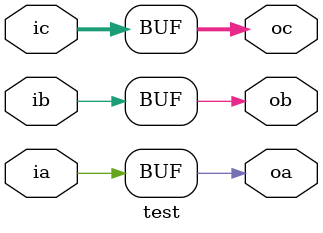
<source format=sv>
module test (
    input ia,
    output oa,
    input [0:0] ib,
    output [0:0] ob,
    input [3:0] ic,
    output [3:0] oc
    );

assign oa = ia;
assign ob = ib;
assign oc = ic;

endmodule

</source>
